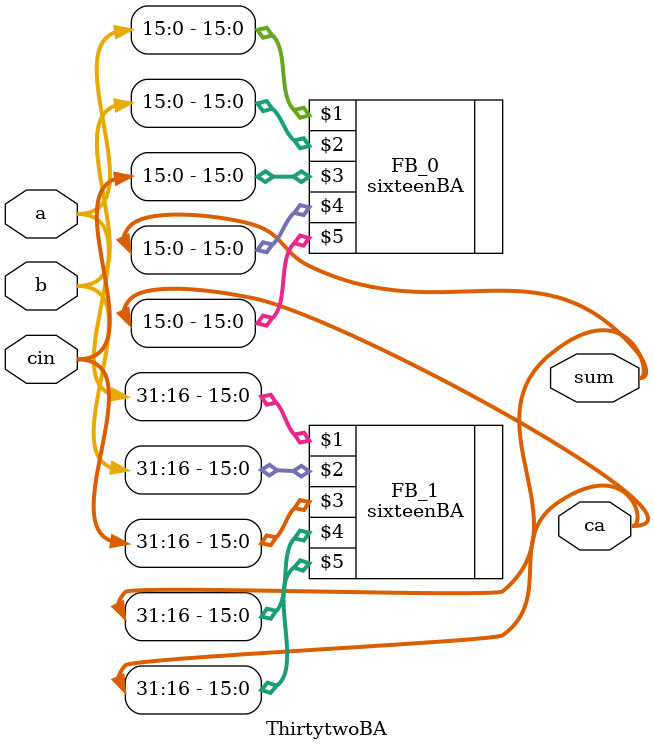
<source format=v>
`include "FullAdder/16_RCA.v"

module ThirtytwoBA (a, b, cin, sum, ca);

input[31:0] a,b;
input [31:0]cin;

output[31:0] sum;
output [31:0]ca;

sixteenBA FB_0 (a[15:0],b[15:0],cin[15:0],sum[15:0],ca[15:0]);
sixteenBA FB_1 (a[31:16],b[31:16],cin[31:16],sum[31:16],ca[31:16]);

endmodule


</source>
